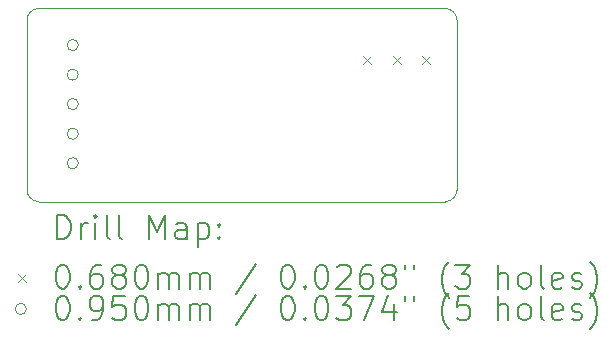
<source format=gbr>
%TF.GenerationSoftware,KiCad,Pcbnew,7.0.6*%
%TF.CreationDate,2023-07-13T14:42:11+02:00*%
%TF.ProjectId,RH_BreakLever_FreeJoy,52485f42-7265-4616-9b4c-657665725f46,rev?*%
%TF.SameCoordinates,Original*%
%TF.FileFunction,Drillmap*%
%TF.FilePolarity,Positive*%
%FSLAX45Y45*%
G04 Gerber Fmt 4.5, Leading zero omitted, Abs format (unit mm)*
G04 Created by KiCad (PCBNEW 7.0.6) date 2023-07-13 14:42:11*
%MOMM*%
%LPD*%
G01*
G04 APERTURE LIST*
%ADD10C,0.100000*%
%ADD11C,0.200000*%
%ADD12C,0.068000*%
%ADD13C,0.095000*%
G04 APERTURE END LIST*
D10*
X7017000Y-3705000D02*
X3576500Y-3705000D01*
X7117000Y-2170000D02*
G75*
G03*
X7017000Y-2070000I-100000J0D01*
G01*
X3576500Y-2070000D02*
X7017000Y-2070000D01*
X3576500Y-2070000D02*
G75*
G03*
X3476500Y-2170000I0J-100000D01*
G01*
X3476500Y-3605000D02*
G75*
G03*
X3576500Y-3705000I100000J0D01*
G01*
X7117000Y-2170000D02*
X7117000Y-3605000D01*
X7017000Y-3705000D02*
G75*
G03*
X7117000Y-3605000I0J100000D01*
G01*
X3476500Y-2170000D02*
X3476500Y-3605000D01*
D11*
D12*
X6323000Y-2469000D02*
X6391000Y-2537000D01*
X6391000Y-2469000D02*
X6323000Y-2537000D01*
X6573000Y-2469000D02*
X6641000Y-2537000D01*
X6641000Y-2469000D02*
X6573000Y-2537000D01*
X6823000Y-2469000D02*
X6891000Y-2537000D01*
X6891000Y-2469000D02*
X6823000Y-2537000D01*
D13*
X3911500Y-2380000D02*
G75*
G03*
X3911500Y-2380000I-47500J0D01*
G01*
X3911500Y-2630000D02*
G75*
G03*
X3911500Y-2630000I-47500J0D01*
G01*
X3911500Y-2880000D02*
G75*
G03*
X3911500Y-2880000I-47500J0D01*
G01*
X3911500Y-3130000D02*
G75*
G03*
X3911500Y-3130000I-47500J0D01*
G01*
X3911500Y-3380000D02*
G75*
G03*
X3911500Y-3380000I-47500J0D01*
G01*
D11*
X3732277Y-4021484D02*
X3732277Y-3821484D01*
X3732277Y-3821484D02*
X3779896Y-3821484D01*
X3779896Y-3821484D02*
X3808467Y-3831008D01*
X3808467Y-3831008D02*
X3827515Y-3850055D01*
X3827515Y-3850055D02*
X3837039Y-3869103D01*
X3837039Y-3869103D02*
X3846562Y-3907198D01*
X3846562Y-3907198D02*
X3846562Y-3935769D01*
X3846562Y-3935769D02*
X3837039Y-3973865D01*
X3837039Y-3973865D02*
X3827515Y-3992912D01*
X3827515Y-3992912D02*
X3808467Y-4011960D01*
X3808467Y-4011960D02*
X3779896Y-4021484D01*
X3779896Y-4021484D02*
X3732277Y-4021484D01*
X3932277Y-4021484D02*
X3932277Y-3888150D01*
X3932277Y-3926246D02*
X3941801Y-3907198D01*
X3941801Y-3907198D02*
X3951324Y-3897674D01*
X3951324Y-3897674D02*
X3970372Y-3888150D01*
X3970372Y-3888150D02*
X3989420Y-3888150D01*
X4056086Y-4021484D02*
X4056086Y-3888150D01*
X4056086Y-3821484D02*
X4046562Y-3831008D01*
X4046562Y-3831008D02*
X4056086Y-3840531D01*
X4056086Y-3840531D02*
X4065610Y-3831008D01*
X4065610Y-3831008D02*
X4056086Y-3821484D01*
X4056086Y-3821484D02*
X4056086Y-3840531D01*
X4179896Y-4021484D02*
X4160848Y-4011960D01*
X4160848Y-4011960D02*
X4151324Y-3992912D01*
X4151324Y-3992912D02*
X4151324Y-3821484D01*
X4284658Y-4021484D02*
X4265610Y-4011960D01*
X4265610Y-4011960D02*
X4256086Y-3992912D01*
X4256086Y-3992912D02*
X4256086Y-3821484D01*
X4513229Y-4021484D02*
X4513229Y-3821484D01*
X4513229Y-3821484D02*
X4579896Y-3964341D01*
X4579896Y-3964341D02*
X4646563Y-3821484D01*
X4646563Y-3821484D02*
X4646563Y-4021484D01*
X4827515Y-4021484D02*
X4827515Y-3916722D01*
X4827515Y-3916722D02*
X4817991Y-3897674D01*
X4817991Y-3897674D02*
X4798944Y-3888150D01*
X4798944Y-3888150D02*
X4760848Y-3888150D01*
X4760848Y-3888150D02*
X4741801Y-3897674D01*
X4827515Y-4011960D02*
X4808467Y-4021484D01*
X4808467Y-4021484D02*
X4760848Y-4021484D01*
X4760848Y-4021484D02*
X4741801Y-4011960D01*
X4741801Y-4011960D02*
X4732277Y-3992912D01*
X4732277Y-3992912D02*
X4732277Y-3973865D01*
X4732277Y-3973865D02*
X4741801Y-3954817D01*
X4741801Y-3954817D02*
X4760848Y-3945293D01*
X4760848Y-3945293D02*
X4808467Y-3945293D01*
X4808467Y-3945293D02*
X4827515Y-3935769D01*
X4922753Y-3888150D02*
X4922753Y-4088150D01*
X4922753Y-3897674D02*
X4941801Y-3888150D01*
X4941801Y-3888150D02*
X4979896Y-3888150D01*
X4979896Y-3888150D02*
X4998944Y-3897674D01*
X4998944Y-3897674D02*
X5008467Y-3907198D01*
X5008467Y-3907198D02*
X5017991Y-3926246D01*
X5017991Y-3926246D02*
X5017991Y-3983388D01*
X5017991Y-3983388D02*
X5008467Y-4002436D01*
X5008467Y-4002436D02*
X4998944Y-4011960D01*
X4998944Y-4011960D02*
X4979896Y-4021484D01*
X4979896Y-4021484D02*
X4941801Y-4021484D01*
X4941801Y-4021484D02*
X4922753Y-4011960D01*
X5103705Y-4002436D02*
X5113229Y-4011960D01*
X5113229Y-4011960D02*
X5103705Y-4021484D01*
X5103705Y-4021484D02*
X5094182Y-4011960D01*
X5094182Y-4011960D02*
X5103705Y-4002436D01*
X5103705Y-4002436D02*
X5103705Y-4021484D01*
X5103705Y-3897674D02*
X5113229Y-3907198D01*
X5113229Y-3907198D02*
X5103705Y-3916722D01*
X5103705Y-3916722D02*
X5094182Y-3907198D01*
X5094182Y-3907198D02*
X5103705Y-3897674D01*
X5103705Y-3897674D02*
X5103705Y-3916722D01*
D12*
X3403500Y-4316000D02*
X3471500Y-4384000D01*
X3471500Y-4316000D02*
X3403500Y-4384000D01*
D11*
X3770372Y-4241484D02*
X3789420Y-4241484D01*
X3789420Y-4241484D02*
X3808467Y-4251008D01*
X3808467Y-4251008D02*
X3817991Y-4260531D01*
X3817991Y-4260531D02*
X3827515Y-4279579D01*
X3827515Y-4279579D02*
X3837039Y-4317674D01*
X3837039Y-4317674D02*
X3837039Y-4365293D01*
X3837039Y-4365293D02*
X3827515Y-4403389D01*
X3827515Y-4403389D02*
X3817991Y-4422436D01*
X3817991Y-4422436D02*
X3808467Y-4431960D01*
X3808467Y-4431960D02*
X3789420Y-4441484D01*
X3789420Y-4441484D02*
X3770372Y-4441484D01*
X3770372Y-4441484D02*
X3751324Y-4431960D01*
X3751324Y-4431960D02*
X3741801Y-4422436D01*
X3741801Y-4422436D02*
X3732277Y-4403389D01*
X3732277Y-4403389D02*
X3722753Y-4365293D01*
X3722753Y-4365293D02*
X3722753Y-4317674D01*
X3722753Y-4317674D02*
X3732277Y-4279579D01*
X3732277Y-4279579D02*
X3741801Y-4260531D01*
X3741801Y-4260531D02*
X3751324Y-4251008D01*
X3751324Y-4251008D02*
X3770372Y-4241484D01*
X3922753Y-4422436D02*
X3932277Y-4431960D01*
X3932277Y-4431960D02*
X3922753Y-4441484D01*
X3922753Y-4441484D02*
X3913229Y-4431960D01*
X3913229Y-4431960D02*
X3922753Y-4422436D01*
X3922753Y-4422436D02*
X3922753Y-4441484D01*
X4103705Y-4241484D02*
X4065610Y-4241484D01*
X4065610Y-4241484D02*
X4046562Y-4251008D01*
X4046562Y-4251008D02*
X4037039Y-4260531D01*
X4037039Y-4260531D02*
X4017991Y-4289103D01*
X4017991Y-4289103D02*
X4008467Y-4327198D01*
X4008467Y-4327198D02*
X4008467Y-4403389D01*
X4008467Y-4403389D02*
X4017991Y-4422436D01*
X4017991Y-4422436D02*
X4027515Y-4431960D01*
X4027515Y-4431960D02*
X4046562Y-4441484D01*
X4046562Y-4441484D02*
X4084658Y-4441484D01*
X4084658Y-4441484D02*
X4103705Y-4431960D01*
X4103705Y-4431960D02*
X4113229Y-4422436D01*
X4113229Y-4422436D02*
X4122753Y-4403389D01*
X4122753Y-4403389D02*
X4122753Y-4355770D01*
X4122753Y-4355770D02*
X4113229Y-4336722D01*
X4113229Y-4336722D02*
X4103705Y-4327198D01*
X4103705Y-4327198D02*
X4084658Y-4317674D01*
X4084658Y-4317674D02*
X4046562Y-4317674D01*
X4046562Y-4317674D02*
X4027515Y-4327198D01*
X4027515Y-4327198D02*
X4017991Y-4336722D01*
X4017991Y-4336722D02*
X4008467Y-4355770D01*
X4237039Y-4327198D02*
X4217991Y-4317674D01*
X4217991Y-4317674D02*
X4208467Y-4308150D01*
X4208467Y-4308150D02*
X4198944Y-4289103D01*
X4198944Y-4289103D02*
X4198944Y-4279579D01*
X4198944Y-4279579D02*
X4208467Y-4260531D01*
X4208467Y-4260531D02*
X4217991Y-4251008D01*
X4217991Y-4251008D02*
X4237039Y-4241484D01*
X4237039Y-4241484D02*
X4275134Y-4241484D01*
X4275134Y-4241484D02*
X4294182Y-4251008D01*
X4294182Y-4251008D02*
X4303705Y-4260531D01*
X4303705Y-4260531D02*
X4313229Y-4279579D01*
X4313229Y-4279579D02*
X4313229Y-4289103D01*
X4313229Y-4289103D02*
X4303705Y-4308150D01*
X4303705Y-4308150D02*
X4294182Y-4317674D01*
X4294182Y-4317674D02*
X4275134Y-4327198D01*
X4275134Y-4327198D02*
X4237039Y-4327198D01*
X4237039Y-4327198D02*
X4217991Y-4336722D01*
X4217991Y-4336722D02*
X4208467Y-4346246D01*
X4208467Y-4346246D02*
X4198944Y-4365293D01*
X4198944Y-4365293D02*
X4198944Y-4403389D01*
X4198944Y-4403389D02*
X4208467Y-4422436D01*
X4208467Y-4422436D02*
X4217991Y-4431960D01*
X4217991Y-4431960D02*
X4237039Y-4441484D01*
X4237039Y-4441484D02*
X4275134Y-4441484D01*
X4275134Y-4441484D02*
X4294182Y-4431960D01*
X4294182Y-4431960D02*
X4303705Y-4422436D01*
X4303705Y-4422436D02*
X4313229Y-4403389D01*
X4313229Y-4403389D02*
X4313229Y-4365293D01*
X4313229Y-4365293D02*
X4303705Y-4346246D01*
X4303705Y-4346246D02*
X4294182Y-4336722D01*
X4294182Y-4336722D02*
X4275134Y-4327198D01*
X4437039Y-4241484D02*
X4456086Y-4241484D01*
X4456086Y-4241484D02*
X4475134Y-4251008D01*
X4475134Y-4251008D02*
X4484658Y-4260531D01*
X4484658Y-4260531D02*
X4494182Y-4279579D01*
X4494182Y-4279579D02*
X4503705Y-4317674D01*
X4503705Y-4317674D02*
X4503705Y-4365293D01*
X4503705Y-4365293D02*
X4494182Y-4403389D01*
X4494182Y-4403389D02*
X4484658Y-4422436D01*
X4484658Y-4422436D02*
X4475134Y-4431960D01*
X4475134Y-4431960D02*
X4456086Y-4441484D01*
X4456086Y-4441484D02*
X4437039Y-4441484D01*
X4437039Y-4441484D02*
X4417991Y-4431960D01*
X4417991Y-4431960D02*
X4408467Y-4422436D01*
X4408467Y-4422436D02*
X4398944Y-4403389D01*
X4398944Y-4403389D02*
X4389420Y-4365293D01*
X4389420Y-4365293D02*
X4389420Y-4317674D01*
X4389420Y-4317674D02*
X4398944Y-4279579D01*
X4398944Y-4279579D02*
X4408467Y-4260531D01*
X4408467Y-4260531D02*
X4417991Y-4251008D01*
X4417991Y-4251008D02*
X4437039Y-4241484D01*
X4589420Y-4441484D02*
X4589420Y-4308150D01*
X4589420Y-4327198D02*
X4598944Y-4317674D01*
X4598944Y-4317674D02*
X4617991Y-4308150D01*
X4617991Y-4308150D02*
X4646563Y-4308150D01*
X4646563Y-4308150D02*
X4665610Y-4317674D01*
X4665610Y-4317674D02*
X4675134Y-4336722D01*
X4675134Y-4336722D02*
X4675134Y-4441484D01*
X4675134Y-4336722D02*
X4684658Y-4317674D01*
X4684658Y-4317674D02*
X4703705Y-4308150D01*
X4703705Y-4308150D02*
X4732277Y-4308150D01*
X4732277Y-4308150D02*
X4751325Y-4317674D01*
X4751325Y-4317674D02*
X4760848Y-4336722D01*
X4760848Y-4336722D02*
X4760848Y-4441484D01*
X4856086Y-4441484D02*
X4856086Y-4308150D01*
X4856086Y-4327198D02*
X4865610Y-4317674D01*
X4865610Y-4317674D02*
X4884658Y-4308150D01*
X4884658Y-4308150D02*
X4913229Y-4308150D01*
X4913229Y-4308150D02*
X4932277Y-4317674D01*
X4932277Y-4317674D02*
X4941801Y-4336722D01*
X4941801Y-4336722D02*
X4941801Y-4441484D01*
X4941801Y-4336722D02*
X4951325Y-4317674D01*
X4951325Y-4317674D02*
X4970372Y-4308150D01*
X4970372Y-4308150D02*
X4998944Y-4308150D01*
X4998944Y-4308150D02*
X5017991Y-4317674D01*
X5017991Y-4317674D02*
X5027515Y-4336722D01*
X5027515Y-4336722D02*
X5027515Y-4441484D01*
X5417991Y-4231960D02*
X5246563Y-4489103D01*
X5675134Y-4241484D02*
X5694182Y-4241484D01*
X5694182Y-4241484D02*
X5713229Y-4251008D01*
X5713229Y-4251008D02*
X5722753Y-4260531D01*
X5722753Y-4260531D02*
X5732277Y-4279579D01*
X5732277Y-4279579D02*
X5741801Y-4317674D01*
X5741801Y-4317674D02*
X5741801Y-4365293D01*
X5741801Y-4365293D02*
X5732277Y-4403389D01*
X5732277Y-4403389D02*
X5722753Y-4422436D01*
X5722753Y-4422436D02*
X5713229Y-4431960D01*
X5713229Y-4431960D02*
X5694182Y-4441484D01*
X5694182Y-4441484D02*
X5675134Y-4441484D01*
X5675134Y-4441484D02*
X5656086Y-4431960D01*
X5656086Y-4431960D02*
X5646563Y-4422436D01*
X5646563Y-4422436D02*
X5637039Y-4403389D01*
X5637039Y-4403389D02*
X5627515Y-4365293D01*
X5627515Y-4365293D02*
X5627515Y-4317674D01*
X5627515Y-4317674D02*
X5637039Y-4279579D01*
X5637039Y-4279579D02*
X5646563Y-4260531D01*
X5646563Y-4260531D02*
X5656086Y-4251008D01*
X5656086Y-4251008D02*
X5675134Y-4241484D01*
X5827515Y-4422436D02*
X5837039Y-4431960D01*
X5837039Y-4431960D02*
X5827515Y-4441484D01*
X5827515Y-4441484D02*
X5817991Y-4431960D01*
X5817991Y-4431960D02*
X5827515Y-4422436D01*
X5827515Y-4422436D02*
X5827515Y-4441484D01*
X5960848Y-4241484D02*
X5979896Y-4241484D01*
X5979896Y-4241484D02*
X5998944Y-4251008D01*
X5998944Y-4251008D02*
X6008467Y-4260531D01*
X6008467Y-4260531D02*
X6017991Y-4279579D01*
X6017991Y-4279579D02*
X6027515Y-4317674D01*
X6027515Y-4317674D02*
X6027515Y-4365293D01*
X6027515Y-4365293D02*
X6017991Y-4403389D01*
X6017991Y-4403389D02*
X6008467Y-4422436D01*
X6008467Y-4422436D02*
X5998944Y-4431960D01*
X5998944Y-4431960D02*
X5979896Y-4441484D01*
X5979896Y-4441484D02*
X5960848Y-4441484D01*
X5960848Y-4441484D02*
X5941801Y-4431960D01*
X5941801Y-4431960D02*
X5932277Y-4422436D01*
X5932277Y-4422436D02*
X5922753Y-4403389D01*
X5922753Y-4403389D02*
X5913229Y-4365293D01*
X5913229Y-4365293D02*
X5913229Y-4317674D01*
X5913229Y-4317674D02*
X5922753Y-4279579D01*
X5922753Y-4279579D02*
X5932277Y-4260531D01*
X5932277Y-4260531D02*
X5941801Y-4251008D01*
X5941801Y-4251008D02*
X5960848Y-4241484D01*
X6103706Y-4260531D02*
X6113229Y-4251008D01*
X6113229Y-4251008D02*
X6132277Y-4241484D01*
X6132277Y-4241484D02*
X6179896Y-4241484D01*
X6179896Y-4241484D02*
X6198944Y-4251008D01*
X6198944Y-4251008D02*
X6208467Y-4260531D01*
X6208467Y-4260531D02*
X6217991Y-4279579D01*
X6217991Y-4279579D02*
X6217991Y-4298627D01*
X6217991Y-4298627D02*
X6208467Y-4327198D01*
X6208467Y-4327198D02*
X6094182Y-4441484D01*
X6094182Y-4441484D02*
X6217991Y-4441484D01*
X6389420Y-4241484D02*
X6351325Y-4241484D01*
X6351325Y-4241484D02*
X6332277Y-4251008D01*
X6332277Y-4251008D02*
X6322753Y-4260531D01*
X6322753Y-4260531D02*
X6303706Y-4289103D01*
X6303706Y-4289103D02*
X6294182Y-4327198D01*
X6294182Y-4327198D02*
X6294182Y-4403389D01*
X6294182Y-4403389D02*
X6303706Y-4422436D01*
X6303706Y-4422436D02*
X6313229Y-4431960D01*
X6313229Y-4431960D02*
X6332277Y-4441484D01*
X6332277Y-4441484D02*
X6370372Y-4441484D01*
X6370372Y-4441484D02*
X6389420Y-4431960D01*
X6389420Y-4431960D02*
X6398944Y-4422436D01*
X6398944Y-4422436D02*
X6408467Y-4403389D01*
X6408467Y-4403389D02*
X6408467Y-4355770D01*
X6408467Y-4355770D02*
X6398944Y-4336722D01*
X6398944Y-4336722D02*
X6389420Y-4327198D01*
X6389420Y-4327198D02*
X6370372Y-4317674D01*
X6370372Y-4317674D02*
X6332277Y-4317674D01*
X6332277Y-4317674D02*
X6313229Y-4327198D01*
X6313229Y-4327198D02*
X6303706Y-4336722D01*
X6303706Y-4336722D02*
X6294182Y-4355770D01*
X6522753Y-4327198D02*
X6503706Y-4317674D01*
X6503706Y-4317674D02*
X6494182Y-4308150D01*
X6494182Y-4308150D02*
X6484658Y-4289103D01*
X6484658Y-4289103D02*
X6484658Y-4279579D01*
X6484658Y-4279579D02*
X6494182Y-4260531D01*
X6494182Y-4260531D02*
X6503706Y-4251008D01*
X6503706Y-4251008D02*
X6522753Y-4241484D01*
X6522753Y-4241484D02*
X6560848Y-4241484D01*
X6560848Y-4241484D02*
X6579896Y-4251008D01*
X6579896Y-4251008D02*
X6589420Y-4260531D01*
X6589420Y-4260531D02*
X6598944Y-4279579D01*
X6598944Y-4279579D02*
X6598944Y-4289103D01*
X6598944Y-4289103D02*
X6589420Y-4308150D01*
X6589420Y-4308150D02*
X6579896Y-4317674D01*
X6579896Y-4317674D02*
X6560848Y-4327198D01*
X6560848Y-4327198D02*
X6522753Y-4327198D01*
X6522753Y-4327198D02*
X6503706Y-4336722D01*
X6503706Y-4336722D02*
X6494182Y-4346246D01*
X6494182Y-4346246D02*
X6484658Y-4365293D01*
X6484658Y-4365293D02*
X6484658Y-4403389D01*
X6484658Y-4403389D02*
X6494182Y-4422436D01*
X6494182Y-4422436D02*
X6503706Y-4431960D01*
X6503706Y-4431960D02*
X6522753Y-4441484D01*
X6522753Y-4441484D02*
X6560848Y-4441484D01*
X6560848Y-4441484D02*
X6579896Y-4431960D01*
X6579896Y-4431960D02*
X6589420Y-4422436D01*
X6589420Y-4422436D02*
X6598944Y-4403389D01*
X6598944Y-4403389D02*
X6598944Y-4365293D01*
X6598944Y-4365293D02*
X6589420Y-4346246D01*
X6589420Y-4346246D02*
X6579896Y-4336722D01*
X6579896Y-4336722D02*
X6560848Y-4327198D01*
X6675134Y-4241484D02*
X6675134Y-4279579D01*
X6751325Y-4241484D02*
X6751325Y-4279579D01*
X7046563Y-4517674D02*
X7037039Y-4508150D01*
X7037039Y-4508150D02*
X7017991Y-4479579D01*
X7017991Y-4479579D02*
X7008468Y-4460531D01*
X7008468Y-4460531D02*
X6998944Y-4431960D01*
X6998944Y-4431960D02*
X6989420Y-4384341D01*
X6989420Y-4384341D02*
X6989420Y-4346246D01*
X6989420Y-4346246D02*
X6998944Y-4298627D01*
X6998944Y-4298627D02*
X7008468Y-4270055D01*
X7008468Y-4270055D02*
X7017991Y-4251008D01*
X7017991Y-4251008D02*
X7037039Y-4222436D01*
X7037039Y-4222436D02*
X7046563Y-4212912D01*
X7103706Y-4241484D02*
X7227515Y-4241484D01*
X7227515Y-4241484D02*
X7160848Y-4317674D01*
X7160848Y-4317674D02*
X7189420Y-4317674D01*
X7189420Y-4317674D02*
X7208468Y-4327198D01*
X7208468Y-4327198D02*
X7217991Y-4336722D01*
X7217991Y-4336722D02*
X7227515Y-4355770D01*
X7227515Y-4355770D02*
X7227515Y-4403389D01*
X7227515Y-4403389D02*
X7217991Y-4422436D01*
X7217991Y-4422436D02*
X7208468Y-4431960D01*
X7208468Y-4431960D02*
X7189420Y-4441484D01*
X7189420Y-4441484D02*
X7132277Y-4441484D01*
X7132277Y-4441484D02*
X7113229Y-4431960D01*
X7113229Y-4431960D02*
X7103706Y-4422436D01*
X7465610Y-4441484D02*
X7465610Y-4241484D01*
X7551325Y-4441484D02*
X7551325Y-4336722D01*
X7551325Y-4336722D02*
X7541801Y-4317674D01*
X7541801Y-4317674D02*
X7522753Y-4308150D01*
X7522753Y-4308150D02*
X7494182Y-4308150D01*
X7494182Y-4308150D02*
X7475134Y-4317674D01*
X7475134Y-4317674D02*
X7465610Y-4327198D01*
X7675134Y-4441484D02*
X7656087Y-4431960D01*
X7656087Y-4431960D02*
X7646563Y-4422436D01*
X7646563Y-4422436D02*
X7637039Y-4403389D01*
X7637039Y-4403389D02*
X7637039Y-4346246D01*
X7637039Y-4346246D02*
X7646563Y-4327198D01*
X7646563Y-4327198D02*
X7656087Y-4317674D01*
X7656087Y-4317674D02*
X7675134Y-4308150D01*
X7675134Y-4308150D02*
X7703706Y-4308150D01*
X7703706Y-4308150D02*
X7722753Y-4317674D01*
X7722753Y-4317674D02*
X7732277Y-4327198D01*
X7732277Y-4327198D02*
X7741801Y-4346246D01*
X7741801Y-4346246D02*
X7741801Y-4403389D01*
X7741801Y-4403389D02*
X7732277Y-4422436D01*
X7732277Y-4422436D02*
X7722753Y-4431960D01*
X7722753Y-4431960D02*
X7703706Y-4441484D01*
X7703706Y-4441484D02*
X7675134Y-4441484D01*
X7856087Y-4441484D02*
X7837039Y-4431960D01*
X7837039Y-4431960D02*
X7827515Y-4412912D01*
X7827515Y-4412912D02*
X7827515Y-4241484D01*
X8008468Y-4431960D02*
X7989420Y-4441484D01*
X7989420Y-4441484D02*
X7951325Y-4441484D01*
X7951325Y-4441484D02*
X7932277Y-4431960D01*
X7932277Y-4431960D02*
X7922753Y-4412912D01*
X7922753Y-4412912D02*
X7922753Y-4336722D01*
X7922753Y-4336722D02*
X7932277Y-4317674D01*
X7932277Y-4317674D02*
X7951325Y-4308150D01*
X7951325Y-4308150D02*
X7989420Y-4308150D01*
X7989420Y-4308150D02*
X8008468Y-4317674D01*
X8008468Y-4317674D02*
X8017991Y-4336722D01*
X8017991Y-4336722D02*
X8017991Y-4355770D01*
X8017991Y-4355770D02*
X7922753Y-4374817D01*
X8094182Y-4431960D02*
X8113230Y-4441484D01*
X8113230Y-4441484D02*
X8151325Y-4441484D01*
X8151325Y-4441484D02*
X8170372Y-4431960D01*
X8170372Y-4431960D02*
X8179896Y-4412912D01*
X8179896Y-4412912D02*
X8179896Y-4403389D01*
X8179896Y-4403389D02*
X8170372Y-4384341D01*
X8170372Y-4384341D02*
X8151325Y-4374817D01*
X8151325Y-4374817D02*
X8122753Y-4374817D01*
X8122753Y-4374817D02*
X8103706Y-4365293D01*
X8103706Y-4365293D02*
X8094182Y-4346246D01*
X8094182Y-4346246D02*
X8094182Y-4336722D01*
X8094182Y-4336722D02*
X8103706Y-4317674D01*
X8103706Y-4317674D02*
X8122753Y-4308150D01*
X8122753Y-4308150D02*
X8151325Y-4308150D01*
X8151325Y-4308150D02*
X8170372Y-4317674D01*
X8246563Y-4517674D02*
X8256087Y-4508150D01*
X8256087Y-4508150D02*
X8275134Y-4479579D01*
X8275134Y-4479579D02*
X8284658Y-4460531D01*
X8284658Y-4460531D02*
X8294182Y-4431960D01*
X8294182Y-4431960D02*
X8303706Y-4384341D01*
X8303706Y-4384341D02*
X8303706Y-4346246D01*
X8303706Y-4346246D02*
X8294182Y-4298627D01*
X8294182Y-4298627D02*
X8284658Y-4270055D01*
X8284658Y-4270055D02*
X8275134Y-4251008D01*
X8275134Y-4251008D02*
X8256087Y-4222436D01*
X8256087Y-4222436D02*
X8246563Y-4212912D01*
D13*
X3471500Y-4614000D02*
G75*
G03*
X3471500Y-4614000I-47500J0D01*
G01*
D11*
X3770372Y-4505484D02*
X3789420Y-4505484D01*
X3789420Y-4505484D02*
X3808467Y-4515008D01*
X3808467Y-4515008D02*
X3817991Y-4524531D01*
X3817991Y-4524531D02*
X3827515Y-4543579D01*
X3827515Y-4543579D02*
X3837039Y-4581674D01*
X3837039Y-4581674D02*
X3837039Y-4629293D01*
X3837039Y-4629293D02*
X3827515Y-4667389D01*
X3827515Y-4667389D02*
X3817991Y-4686436D01*
X3817991Y-4686436D02*
X3808467Y-4695960D01*
X3808467Y-4695960D02*
X3789420Y-4705484D01*
X3789420Y-4705484D02*
X3770372Y-4705484D01*
X3770372Y-4705484D02*
X3751324Y-4695960D01*
X3751324Y-4695960D02*
X3741801Y-4686436D01*
X3741801Y-4686436D02*
X3732277Y-4667389D01*
X3732277Y-4667389D02*
X3722753Y-4629293D01*
X3722753Y-4629293D02*
X3722753Y-4581674D01*
X3722753Y-4581674D02*
X3732277Y-4543579D01*
X3732277Y-4543579D02*
X3741801Y-4524531D01*
X3741801Y-4524531D02*
X3751324Y-4515008D01*
X3751324Y-4515008D02*
X3770372Y-4505484D01*
X3922753Y-4686436D02*
X3932277Y-4695960D01*
X3932277Y-4695960D02*
X3922753Y-4705484D01*
X3922753Y-4705484D02*
X3913229Y-4695960D01*
X3913229Y-4695960D02*
X3922753Y-4686436D01*
X3922753Y-4686436D02*
X3922753Y-4705484D01*
X4027515Y-4705484D02*
X4065610Y-4705484D01*
X4065610Y-4705484D02*
X4084658Y-4695960D01*
X4084658Y-4695960D02*
X4094182Y-4686436D01*
X4094182Y-4686436D02*
X4113229Y-4657865D01*
X4113229Y-4657865D02*
X4122753Y-4619770D01*
X4122753Y-4619770D02*
X4122753Y-4543579D01*
X4122753Y-4543579D02*
X4113229Y-4524531D01*
X4113229Y-4524531D02*
X4103705Y-4515008D01*
X4103705Y-4515008D02*
X4084658Y-4505484D01*
X4084658Y-4505484D02*
X4046562Y-4505484D01*
X4046562Y-4505484D02*
X4027515Y-4515008D01*
X4027515Y-4515008D02*
X4017991Y-4524531D01*
X4017991Y-4524531D02*
X4008467Y-4543579D01*
X4008467Y-4543579D02*
X4008467Y-4591198D01*
X4008467Y-4591198D02*
X4017991Y-4610246D01*
X4017991Y-4610246D02*
X4027515Y-4619770D01*
X4027515Y-4619770D02*
X4046562Y-4629293D01*
X4046562Y-4629293D02*
X4084658Y-4629293D01*
X4084658Y-4629293D02*
X4103705Y-4619770D01*
X4103705Y-4619770D02*
X4113229Y-4610246D01*
X4113229Y-4610246D02*
X4122753Y-4591198D01*
X4303705Y-4505484D02*
X4208467Y-4505484D01*
X4208467Y-4505484D02*
X4198944Y-4600722D01*
X4198944Y-4600722D02*
X4208467Y-4591198D01*
X4208467Y-4591198D02*
X4227515Y-4581674D01*
X4227515Y-4581674D02*
X4275134Y-4581674D01*
X4275134Y-4581674D02*
X4294182Y-4591198D01*
X4294182Y-4591198D02*
X4303705Y-4600722D01*
X4303705Y-4600722D02*
X4313229Y-4619770D01*
X4313229Y-4619770D02*
X4313229Y-4667389D01*
X4313229Y-4667389D02*
X4303705Y-4686436D01*
X4303705Y-4686436D02*
X4294182Y-4695960D01*
X4294182Y-4695960D02*
X4275134Y-4705484D01*
X4275134Y-4705484D02*
X4227515Y-4705484D01*
X4227515Y-4705484D02*
X4208467Y-4695960D01*
X4208467Y-4695960D02*
X4198944Y-4686436D01*
X4437039Y-4505484D02*
X4456086Y-4505484D01*
X4456086Y-4505484D02*
X4475134Y-4515008D01*
X4475134Y-4515008D02*
X4484658Y-4524531D01*
X4484658Y-4524531D02*
X4494182Y-4543579D01*
X4494182Y-4543579D02*
X4503705Y-4581674D01*
X4503705Y-4581674D02*
X4503705Y-4629293D01*
X4503705Y-4629293D02*
X4494182Y-4667389D01*
X4494182Y-4667389D02*
X4484658Y-4686436D01*
X4484658Y-4686436D02*
X4475134Y-4695960D01*
X4475134Y-4695960D02*
X4456086Y-4705484D01*
X4456086Y-4705484D02*
X4437039Y-4705484D01*
X4437039Y-4705484D02*
X4417991Y-4695960D01*
X4417991Y-4695960D02*
X4408467Y-4686436D01*
X4408467Y-4686436D02*
X4398944Y-4667389D01*
X4398944Y-4667389D02*
X4389420Y-4629293D01*
X4389420Y-4629293D02*
X4389420Y-4581674D01*
X4389420Y-4581674D02*
X4398944Y-4543579D01*
X4398944Y-4543579D02*
X4408467Y-4524531D01*
X4408467Y-4524531D02*
X4417991Y-4515008D01*
X4417991Y-4515008D02*
X4437039Y-4505484D01*
X4589420Y-4705484D02*
X4589420Y-4572150D01*
X4589420Y-4591198D02*
X4598944Y-4581674D01*
X4598944Y-4581674D02*
X4617991Y-4572150D01*
X4617991Y-4572150D02*
X4646563Y-4572150D01*
X4646563Y-4572150D02*
X4665610Y-4581674D01*
X4665610Y-4581674D02*
X4675134Y-4600722D01*
X4675134Y-4600722D02*
X4675134Y-4705484D01*
X4675134Y-4600722D02*
X4684658Y-4581674D01*
X4684658Y-4581674D02*
X4703705Y-4572150D01*
X4703705Y-4572150D02*
X4732277Y-4572150D01*
X4732277Y-4572150D02*
X4751325Y-4581674D01*
X4751325Y-4581674D02*
X4760848Y-4600722D01*
X4760848Y-4600722D02*
X4760848Y-4705484D01*
X4856086Y-4705484D02*
X4856086Y-4572150D01*
X4856086Y-4591198D02*
X4865610Y-4581674D01*
X4865610Y-4581674D02*
X4884658Y-4572150D01*
X4884658Y-4572150D02*
X4913229Y-4572150D01*
X4913229Y-4572150D02*
X4932277Y-4581674D01*
X4932277Y-4581674D02*
X4941801Y-4600722D01*
X4941801Y-4600722D02*
X4941801Y-4705484D01*
X4941801Y-4600722D02*
X4951325Y-4581674D01*
X4951325Y-4581674D02*
X4970372Y-4572150D01*
X4970372Y-4572150D02*
X4998944Y-4572150D01*
X4998944Y-4572150D02*
X5017991Y-4581674D01*
X5017991Y-4581674D02*
X5027515Y-4600722D01*
X5027515Y-4600722D02*
X5027515Y-4705484D01*
X5417991Y-4495960D02*
X5246563Y-4753103D01*
X5675134Y-4505484D02*
X5694182Y-4505484D01*
X5694182Y-4505484D02*
X5713229Y-4515008D01*
X5713229Y-4515008D02*
X5722753Y-4524531D01*
X5722753Y-4524531D02*
X5732277Y-4543579D01*
X5732277Y-4543579D02*
X5741801Y-4581674D01*
X5741801Y-4581674D02*
X5741801Y-4629293D01*
X5741801Y-4629293D02*
X5732277Y-4667389D01*
X5732277Y-4667389D02*
X5722753Y-4686436D01*
X5722753Y-4686436D02*
X5713229Y-4695960D01*
X5713229Y-4695960D02*
X5694182Y-4705484D01*
X5694182Y-4705484D02*
X5675134Y-4705484D01*
X5675134Y-4705484D02*
X5656086Y-4695960D01*
X5656086Y-4695960D02*
X5646563Y-4686436D01*
X5646563Y-4686436D02*
X5637039Y-4667389D01*
X5637039Y-4667389D02*
X5627515Y-4629293D01*
X5627515Y-4629293D02*
X5627515Y-4581674D01*
X5627515Y-4581674D02*
X5637039Y-4543579D01*
X5637039Y-4543579D02*
X5646563Y-4524531D01*
X5646563Y-4524531D02*
X5656086Y-4515008D01*
X5656086Y-4515008D02*
X5675134Y-4505484D01*
X5827515Y-4686436D02*
X5837039Y-4695960D01*
X5837039Y-4695960D02*
X5827515Y-4705484D01*
X5827515Y-4705484D02*
X5817991Y-4695960D01*
X5817991Y-4695960D02*
X5827515Y-4686436D01*
X5827515Y-4686436D02*
X5827515Y-4705484D01*
X5960848Y-4505484D02*
X5979896Y-4505484D01*
X5979896Y-4505484D02*
X5998944Y-4515008D01*
X5998944Y-4515008D02*
X6008467Y-4524531D01*
X6008467Y-4524531D02*
X6017991Y-4543579D01*
X6017991Y-4543579D02*
X6027515Y-4581674D01*
X6027515Y-4581674D02*
X6027515Y-4629293D01*
X6027515Y-4629293D02*
X6017991Y-4667389D01*
X6017991Y-4667389D02*
X6008467Y-4686436D01*
X6008467Y-4686436D02*
X5998944Y-4695960D01*
X5998944Y-4695960D02*
X5979896Y-4705484D01*
X5979896Y-4705484D02*
X5960848Y-4705484D01*
X5960848Y-4705484D02*
X5941801Y-4695960D01*
X5941801Y-4695960D02*
X5932277Y-4686436D01*
X5932277Y-4686436D02*
X5922753Y-4667389D01*
X5922753Y-4667389D02*
X5913229Y-4629293D01*
X5913229Y-4629293D02*
X5913229Y-4581674D01*
X5913229Y-4581674D02*
X5922753Y-4543579D01*
X5922753Y-4543579D02*
X5932277Y-4524531D01*
X5932277Y-4524531D02*
X5941801Y-4515008D01*
X5941801Y-4515008D02*
X5960848Y-4505484D01*
X6094182Y-4505484D02*
X6217991Y-4505484D01*
X6217991Y-4505484D02*
X6151325Y-4581674D01*
X6151325Y-4581674D02*
X6179896Y-4581674D01*
X6179896Y-4581674D02*
X6198944Y-4591198D01*
X6198944Y-4591198D02*
X6208467Y-4600722D01*
X6208467Y-4600722D02*
X6217991Y-4619770D01*
X6217991Y-4619770D02*
X6217991Y-4667389D01*
X6217991Y-4667389D02*
X6208467Y-4686436D01*
X6208467Y-4686436D02*
X6198944Y-4695960D01*
X6198944Y-4695960D02*
X6179896Y-4705484D01*
X6179896Y-4705484D02*
X6122753Y-4705484D01*
X6122753Y-4705484D02*
X6103706Y-4695960D01*
X6103706Y-4695960D02*
X6094182Y-4686436D01*
X6284658Y-4505484D02*
X6417991Y-4505484D01*
X6417991Y-4505484D02*
X6332277Y-4705484D01*
X6579896Y-4572150D02*
X6579896Y-4705484D01*
X6532277Y-4495960D02*
X6484658Y-4638817D01*
X6484658Y-4638817D02*
X6608467Y-4638817D01*
X6675134Y-4505484D02*
X6675134Y-4543579D01*
X6751325Y-4505484D02*
X6751325Y-4543579D01*
X7046563Y-4781674D02*
X7037039Y-4772150D01*
X7037039Y-4772150D02*
X7017991Y-4743579D01*
X7017991Y-4743579D02*
X7008468Y-4724531D01*
X7008468Y-4724531D02*
X6998944Y-4695960D01*
X6998944Y-4695960D02*
X6989420Y-4648341D01*
X6989420Y-4648341D02*
X6989420Y-4610246D01*
X6989420Y-4610246D02*
X6998944Y-4562627D01*
X6998944Y-4562627D02*
X7008468Y-4534055D01*
X7008468Y-4534055D02*
X7017991Y-4515008D01*
X7017991Y-4515008D02*
X7037039Y-4486436D01*
X7037039Y-4486436D02*
X7046563Y-4476912D01*
X7217991Y-4505484D02*
X7122753Y-4505484D01*
X7122753Y-4505484D02*
X7113229Y-4600722D01*
X7113229Y-4600722D02*
X7122753Y-4591198D01*
X7122753Y-4591198D02*
X7141801Y-4581674D01*
X7141801Y-4581674D02*
X7189420Y-4581674D01*
X7189420Y-4581674D02*
X7208468Y-4591198D01*
X7208468Y-4591198D02*
X7217991Y-4600722D01*
X7217991Y-4600722D02*
X7227515Y-4619770D01*
X7227515Y-4619770D02*
X7227515Y-4667389D01*
X7227515Y-4667389D02*
X7217991Y-4686436D01*
X7217991Y-4686436D02*
X7208468Y-4695960D01*
X7208468Y-4695960D02*
X7189420Y-4705484D01*
X7189420Y-4705484D02*
X7141801Y-4705484D01*
X7141801Y-4705484D02*
X7122753Y-4695960D01*
X7122753Y-4695960D02*
X7113229Y-4686436D01*
X7465610Y-4705484D02*
X7465610Y-4505484D01*
X7551325Y-4705484D02*
X7551325Y-4600722D01*
X7551325Y-4600722D02*
X7541801Y-4581674D01*
X7541801Y-4581674D02*
X7522753Y-4572150D01*
X7522753Y-4572150D02*
X7494182Y-4572150D01*
X7494182Y-4572150D02*
X7475134Y-4581674D01*
X7475134Y-4581674D02*
X7465610Y-4591198D01*
X7675134Y-4705484D02*
X7656087Y-4695960D01*
X7656087Y-4695960D02*
X7646563Y-4686436D01*
X7646563Y-4686436D02*
X7637039Y-4667389D01*
X7637039Y-4667389D02*
X7637039Y-4610246D01*
X7637039Y-4610246D02*
X7646563Y-4591198D01*
X7646563Y-4591198D02*
X7656087Y-4581674D01*
X7656087Y-4581674D02*
X7675134Y-4572150D01*
X7675134Y-4572150D02*
X7703706Y-4572150D01*
X7703706Y-4572150D02*
X7722753Y-4581674D01*
X7722753Y-4581674D02*
X7732277Y-4591198D01*
X7732277Y-4591198D02*
X7741801Y-4610246D01*
X7741801Y-4610246D02*
X7741801Y-4667389D01*
X7741801Y-4667389D02*
X7732277Y-4686436D01*
X7732277Y-4686436D02*
X7722753Y-4695960D01*
X7722753Y-4695960D02*
X7703706Y-4705484D01*
X7703706Y-4705484D02*
X7675134Y-4705484D01*
X7856087Y-4705484D02*
X7837039Y-4695960D01*
X7837039Y-4695960D02*
X7827515Y-4676912D01*
X7827515Y-4676912D02*
X7827515Y-4505484D01*
X8008468Y-4695960D02*
X7989420Y-4705484D01*
X7989420Y-4705484D02*
X7951325Y-4705484D01*
X7951325Y-4705484D02*
X7932277Y-4695960D01*
X7932277Y-4695960D02*
X7922753Y-4676912D01*
X7922753Y-4676912D02*
X7922753Y-4600722D01*
X7922753Y-4600722D02*
X7932277Y-4581674D01*
X7932277Y-4581674D02*
X7951325Y-4572150D01*
X7951325Y-4572150D02*
X7989420Y-4572150D01*
X7989420Y-4572150D02*
X8008468Y-4581674D01*
X8008468Y-4581674D02*
X8017991Y-4600722D01*
X8017991Y-4600722D02*
X8017991Y-4619770D01*
X8017991Y-4619770D02*
X7922753Y-4638817D01*
X8094182Y-4695960D02*
X8113230Y-4705484D01*
X8113230Y-4705484D02*
X8151325Y-4705484D01*
X8151325Y-4705484D02*
X8170372Y-4695960D01*
X8170372Y-4695960D02*
X8179896Y-4676912D01*
X8179896Y-4676912D02*
X8179896Y-4667389D01*
X8179896Y-4667389D02*
X8170372Y-4648341D01*
X8170372Y-4648341D02*
X8151325Y-4638817D01*
X8151325Y-4638817D02*
X8122753Y-4638817D01*
X8122753Y-4638817D02*
X8103706Y-4629293D01*
X8103706Y-4629293D02*
X8094182Y-4610246D01*
X8094182Y-4610246D02*
X8094182Y-4600722D01*
X8094182Y-4600722D02*
X8103706Y-4581674D01*
X8103706Y-4581674D02*
X8122753Y-4572150D01*
X8122753Y-4572150D02*
X8151325Y-4572150D01*
X8151325Y-4572150D02*
X8170372Y-4581674D01*
X8246563Y-4781674D02*
X8256087Y-4772150D01*
X8256087Y-4772150D02*
X8275134Y-4743579D01*
X8275134Y-4743579D02*
X8284658Y-4724531D01*
X8284658Y-4724531D02*
X8294182Y-4695960D01*
X8294182Y-4695960D02*
X8303706Y-4648341D01*
X8303706Y-4648341D02*
X8303706Y-4610246D01*
X8303706Y-4610246D02*
X8294182Y-4562627D01*
X8294182Y-4562627D02*
X8284658Y-4534055D01*
X8284658Y-4534055D02*
X8275134Y-4515008D01*
X8275134Y-4515008D02*
X8256087Y-4486436D01*
X8256087Y-4486436D02*
X8246563Y-4476912D01*
M02*

</source>
